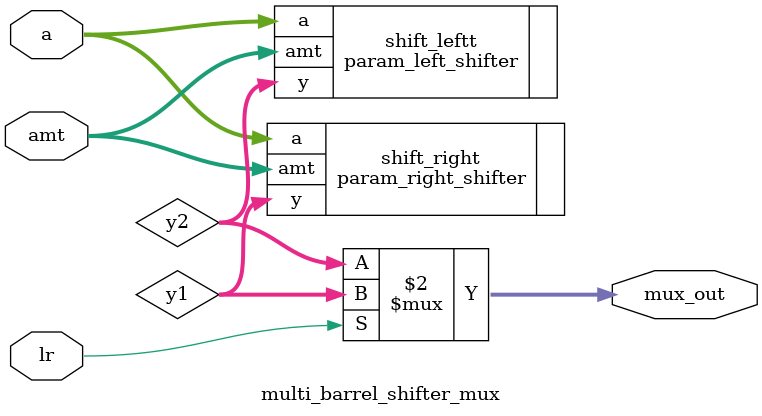
<source format=sv>
`timescale 1ns / 1ps

module multi_barrel_shifter_mux #(parameter N = 3)
(
    input logic [(2**N)-1:0] a,
    input logic [N-1:0] amt,
    input logic lr,
    output logic [(2**N)-1:0] mux_out
    );
    
    //wires
    logic [(2**N)-1:0] y1,y2;
    
    
    param_right_shifter #(.N(N)) shift_right
    (
    .a(a),
    .amt(amt),
    .y(y1)
    );
    
    param_left_shifter #(.N(N)) shift_leftt
    (
    .a(a),
    .amt(amt),
    .y(y2)
    );
    
    always @(*) 
    begin
    mux_out = lr ? y1 : y2;
    end
endmodule


</source>
